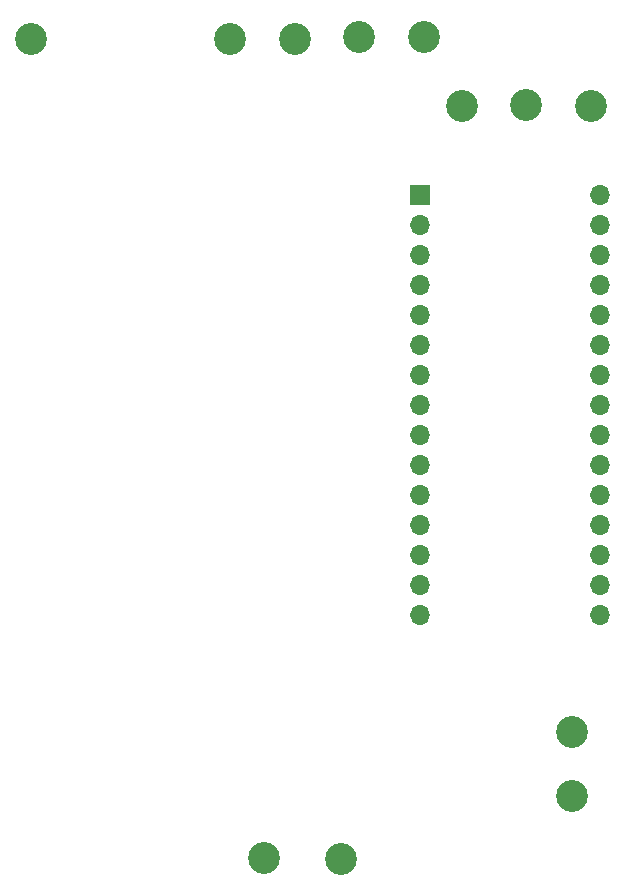
<source format=gbr>
%TF.GenerationSoftware,KiCad,Pcbnew,5.1.6-c6e7f7d~86~ubuntu18.04.1*%
%TF.CreationDate,2020-07-15T12:18:57+12:00*%
%TF.ProjectId,Volume Controller,566f6c75-6d65-4204-936f-6e74726f6c6c,rev?*%
%TF.SameCoordinates,Original*%
%TF.FileFunction,Soldermask,Bot*%
%TF.FilePolarity,Negative*%
%FSLAX46Y46*%
G04 Gerber Fmt 4.6, Leading zero omitted, Abs format (unit mm)*
G04 Created by KiCad (PCBNEW 5.1.6-c6e7f7d~86~ubuntu18.04.1) date 2020-07-15 12:18:57*
%MOMM*%
%LPD*%
G01*
G04 APERTURE LIST*
%ADD10R,1.700000X1.700000*%
%ADD11O,1.700000X1.700000*%
%ADD12C,2.700000*%
G04 APERTURE END LIST*
D10*
%TO.C,A1*%
X171259500Y-61722000D03*
D11*
X186499500Y-94742000D03*
X171259500Y-64262000D03*
X186499500Y-92202000D03*
X171259500Y-66802000D03*
X186499500Y-89662000D03*
X171259500Y-69342000D03*
X186499500Y-87122000D03*
X171259500Y-71882000D03*
X186499500Y-84582000D03*
X171259500Y-74422000D03*
X186499500Y-82042000D03*
X171259500Y-76962000D03*
X186499500Y-79502000D03*
X171259500Y-79502000D03*
X186499500Y-76962000D03*
X171259500Y-82042000D03*
X186499500Y-74422000D03*
X171259500Y-84582000D03*
X186499500Y-71882000D03*
X171259500Y-87122000D03*
X186499500Y-69342000D03*
X171259500Y-89662000D03*
X186499500Y-66802000D03*
X171259500Y-92202000D03*
X186499500Y-64262000D03*
X171259500Y-94742000D03*
X186499500Y-61722000D03*
X171259500Y-97282000D03*
X186499500Y-97282000D03*
%TD*%
D12*
%TO.C,+5V1*%
X185737500Y-54165500D03*
%TD*%
%TO.C,GND1*%
X164592000Y-117919500D03*
%TD*%
%TO.C,GNDA1*%
X158051500Y-117856000D03*
%TD*%
%TO.C,J1*%
X160655000Y-48514000D03*
%TD*%
%TO.C,J2*%
X166052500Y-48387000D03*
%TD*%
%TO.C,J3*%
X171577000Y-48387000D03*
%TD*%
%TO.C,ModeSelect1*%
X174815500Y-54165500D03*
%TD*%
%TO.C,ModeSelect2*%
X180213000Y-54102000D03*
%TD*%
%TO.C,Vin1*%
X155130500Y-48514000D03*
%TD*%
%TO.C,Vin2*%
X138303000Y-48514000D03*
%TD*%
%TO.C,Vout1*%
X184150000Y-107188000D03*
%TD*%
%TO.C,Vout2*%
X184150000Y-112585500D03*
%TD*%
M02*

</source>
